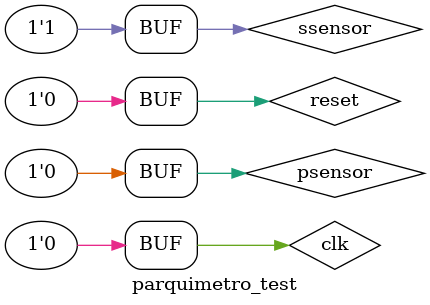
<source format=v>
`timescale 1ns / 1ps


module parquimetro_test;

	// Inputs
	reg psensor;
	reg ssensor;
	reg clk;
	reg reset;

	// Outputs
	wire [3:0] conteo;
	wire hubo_error;
	wire [2:0] state;

	// Instantiate the Unit Under Test (UUT)
	parquimetro uut (
		.psensor(psensor), 
		.ssensor(ssensor), 
		.clk(clk), 
		.reset(reset), 
		.conteo(conteo), 
		.hubo_error(hubo_error),
		.state(state)
	);

	localparam T = 20;
	always
	begin
		clk = 1'b1;
		#(T/2);
		clk = 1'b0;
		#(T/2);
	end
	initial begin
		// Initialize Inputs
		reset = 1;
		psensor = 0;
		ssensor = 0;
		
		// Wait 100 ns for global reset to finish
		#100;

		psensor = 1;
		ssensor = 0;
		reset = 0;

		#T
		
		psensor = 1;
		ssensor = 1;

		#T
		
		psensor = 1;
		ssensor = 0;

		#T
		
		psensor = 0;
		ssensor = 0;

		#T
		
		psensor = 1;
		ssensor = 0;

		#T
		
		psensor = 1;
		ssensor = 1;

		#T
		
		psensor = 1;
		ssensor = 0;

		#T
		
		psensor = 0;
		ssensor = 0;

		// Add stimulus here

		#T
		
		psensor = 0;
		ssensor = 1;
	

	end
      
endmodule


</source>
